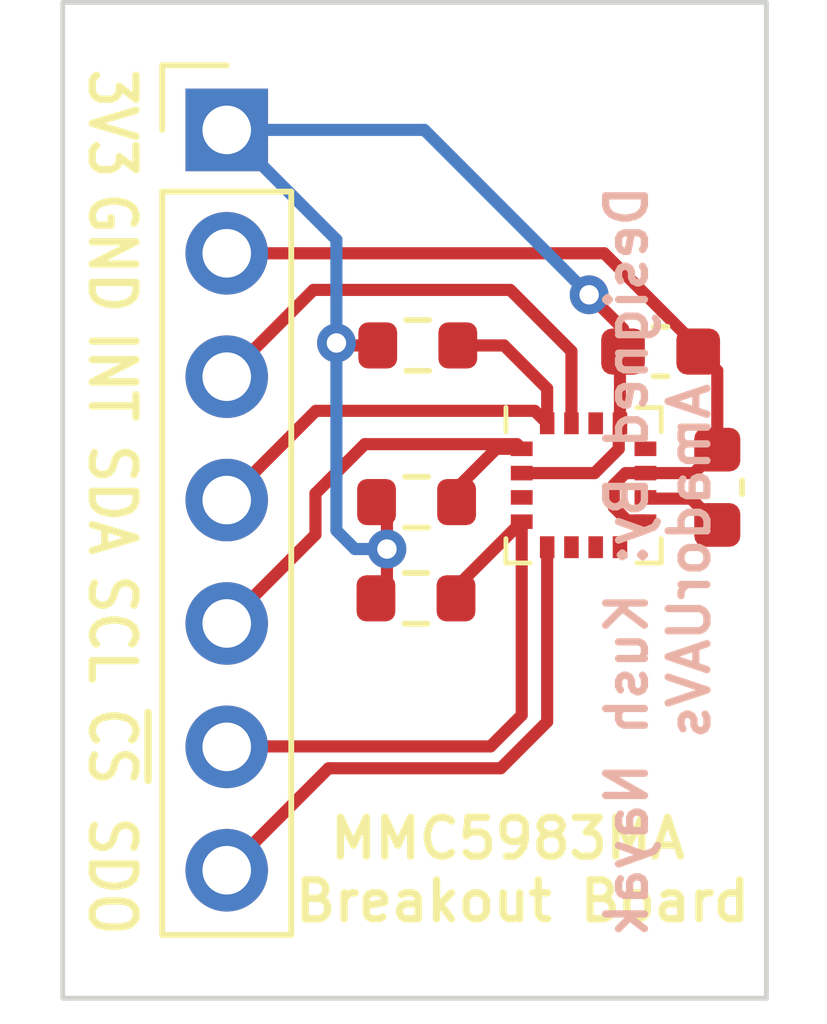
<source format=kicad_pcb>
(kicad_pcb (version 20211014) (generator pcbnew)
  (layers (0 "F.Cu" signal) (31 "B.Cu" signal) (34 "B.Paste" user) (35 "F.Paste" user) (36 "B.SilkS" user "B.Silkscreen") (37 "F.SilkS" user "F.Silkscreen") (38 "B.Mask" user) (39 "F.Mask" user) (44 "Edge.Cuts" user))
  (net 0 "")
  (net 1 "+3V3")
  (net 2 "GND")
  (net 3 "Net-(C2-Pad1)")
  (net 4 "/SCL")
  (net 5 "/SDA")
  (net 6 "/SDO")
  (net 7 "/~{CS}")
  (net 8 "/INT")
  (footprint "Resistor_SMD:R_0603_1608Metric" (layer "F.Cu") (at 107.2904 110.286 180)
    (fp_text reference "R1" hide)
    (fp_text value "2.7K")
    (fp_line (start -0.237258 0.5225) (end 0.237258 0.5225) (layer "F.SilkS") (width 0.12))
    (fp_line (start -0.237258 -0.5225) (end 0.237258 -0.5225) (layer "F.SilkS") (width 0.12))
    (pad "1" smd roundrect (at -0.825 0 180) (size 0.8 0.95) (layers "F.Cu" "F.Paste" "F.Mask") (net 4 "/SCL"))
    (pad "2" smd roundrect (at 0.825 0 180) (size 0.8 0.95) (layers "F.Cu" "F.Paste" "F.Mask") (net 1 "+3V3"))
  )
  (footprint "Resistor_SMD:R_0603_1608Metric" (layer "F.Cu") (at 107.2782 112.2672 180)
    (fp_text reference "R3" hide)
    (fp_text value "10K")
    (fp_line (start -0.237258 0.5225) (end 0.237258 0.5225) (layer "F.SilkS") (width 0.12))
    (fp_line (start -0.237258 -0.5225) (end 0.237258 -0.5225) (layer "F.SilkS") (width 0.12))
    (pad "1" smd roundrect (at -0.825 0 180) (size 0.8 0.95) (layers "F.Cu" "F.Paste" "F.Mask") (net 7 "/~{CS}"))
    (pad "2" smd roundrect (at 0.825 0 180) (size 0.8 0.95) (layers "F.Cu" "F.Paste" "F.Mask") (net 1 "+3V3"))
  )
  (footprint "Package_LGA:LGA-16_3x3mm_P0.5mm" (layer "F.Cu") (at 110.732 109.9392)
    (fp_text reference "U1" hide)
    (fp_text value "MMC5983MA")
    (fp_line (start 1.1 -1.6) (end 1.6 -1.6) (layer "F.SilkS") (width 0.1))
    (fp_line (start 1.6 1.6) (end 1.6 1.1) (layer "F.SilkS") (width 0.1))
    (fp_line (start 1.6 1.1) (end 1.6 1.6) (layer "F.SilkS") (width 0.1))
    (fp_line (start -1.6 -1.6) (end -1.6 -1.1) (layer "F.SilkS") (width 0.1))
    (fp_line (start -1.6 1.6) (end -1.1 1.6) (layer "F.SilkS") (width 0.1))
    (fp_line (start 1.6 1.6) (end 1.1 1.6) (layer "F.SilkS") (width 0.1))
    (fp_line (start -1.6 1.6) (end -1.6 1.1) (layer "F.SilkS") (width 0.1))
    (fp_line (start 1.6 -1.6) (end 1.6 -1.1) (layer "F.SilkS") (width 0.1))
    (pad "1" smd rect (at -1.275 -0.75 90) (size 0.3 0.45) (layers "F.Cu" "F.Paste" "F.Mask") (net 4 "/SCL"))
    (pad "2" smd rect (at -1.275 -0.25 90) (size 0.3 0.45) (layers "F.Cu" "F.Paste" "F.Mask") (net 1 "+3V3"))
    (pad "3" smd rect (at -1.275 0.25 90) (size 0.3 0.45) (layers "F.Cu" "F.Paste" "F.Mask"))
    (pad "4" smd rect (at -1.275 0.75 90) (size 0.3 0.45) (layers "F.Cu" "F.Paste" "F.Mask") (net 7 "/~{CS}"))
    (pad "5" smd rect (at -0.75 1.275) (size 0.3 0.45) (layers "F.Cu" "F.Paste" "F.Mask") (net 6 "/SDO"))
    (pad "6" smd rect (at -0.25 1.275) (size 0.3 0.45) (layers "F.Cu" "F.Paste" "F.Mask"))
    (pad "7" smd rect (at 0.25 1.275) (size 0.3 0.45) (layers "F.Cu" "F.Paste" "F.Mask"))
    (pad "8" smd rect (at 0.75 1.275) (size 0.3 0.45) (layers "F.Cu" "F.Paste" "F.Mask"))
    (pad "9" smd rect (at 1.275 0.75 90) (size 0.3 0.45) (layers "F.Cu" "F.Paste" "F.Mask") (net 2 "GND"))
    (pad "10" smd rect (at 1.275 0.25 90) (size 0.3 0.45) (layers "F.Cu" "F.Paste" "F.Mask") (net 3 "Net-(C2-Pad1)"))
    (pad "11" smd rect (at 1.275 -0.25 90) (size 0.3 0.45) (layers "F.Cu" "F.Paste" "F.Mask") (net 2 "GND"))
    (pad "12" smd rect (at 1.275 -0.75 90) (size 0.3 0.45) (layers "F.Cu" "F.Paste" "F.Mask"))
    (pad "13" smd rect (at 0.75 -1.275) (size 0.3 0.45) (layers "F.Cu" "F.Paste" "F.Mask") (net 1 "+3V3"))
    (pad "14" smd rect (at 0.25 -1.275) (size 0.3 0.45) (layers "F.Cu" "F.Paste" "F.Mask"))
    (pad "15" smd rect (at -0.25 -1.275) (size 0.3 0.45) (layers "F.Cu" "F.Paste" "F.Mask") (net 8 "/INT"))
    (pad "16" smd rect (at -0.75 -1.275) (size 0.3 0.45) (layers "F.Cu" "F.Paste" "F.Mask") (net 5 "/SDA"))
  )
  (footprint "Capacitor_SMD:C_0603_1608Metric" (layer "F.Cu") (at 113.488 109.9812 90)
    (fp_text reference "C2" hide)
    (fp_text value "10µF")
    (fp_line (start -0.14058 0.51) (end 0.14058 0.51) (layer "F.SilkS") (width 0.12))
    (fp_line (start -0.14058 -0.51) (end 0.14058 -0.51) (layer "F.SilkS") (width 0.12))
    (pad "1" smd roundrect (at -0.775 0 90) (size 0.9 0.95) (layers "F.Cu" "F.Paste" "F.Mask") (net 3 "Net-(C2-Pad1)"))
    (pad "2" smd roundrect (at 0.775 0 90) (size 0.9 0.95) (layers "F.Cu" "F.Paste" "F.Mask") (net 2 "GND"))
  )
  (footprint "Resistor_SMD:R_0603_1608Metric" (layer "F.Cu") (at 107.315 107.061 180)
    (fp_text reference "R2" hide)
    (fp_text value "2.7K")
    (fp_line (start -0.237258 -0.5225) (end 0.237258 -0.5225) (layer "F.SilkS") (width 0.12))
    (fp_line (start -0.237258 0.5225) (end 0.237258 0.5225) (layer "F.SilkS") (width 0.12))
    (pad "1" smd roundrect (at -0.825 0 180) (size 0.8 0.95) (layers "F.Cu" "F.Paste" "F.Mask") (net 5 "/SDA"))
    (pad "2" smd roundrect (at 0.825 0 180) (size 0.8 0.95) (layers "F.Cu" "F.Paste" "F.Mask") (net 1 "+3V3"))
  )
  (footprint "Connector_PinHeader_2.54mm:PinHeader_1x07_P2.54mm_Vertical" (layer "F.Cu") (at 103.378 102.6242)
    (fp_text reference "J1" hide)
    (fp_text value "Conn_01x07")
    (fp_line (start -1.33 1.27) (end 1.33 1.27) (layer "F.SilkS") (width 0.12))
    (fp_line (start -1.33 16.57) (end 1.33 16.57) (layer "F.SilkS") (width 0.12))
    (fp_line (start -1.33 1.27) (end -1.33 16.57) (layer "F.SilkS") (width 0.12))
    (fp_line (start -1.33 0) (end -1.33 -1.33) (layer "F.SilkS") (width 0.12))
    (fp_line (start 1.33 1.27) (end 1.33 16.57) (layer "F.SilkS") (width 0.12))
    (fp_line (start -1.33 -1.33) (end 0 -1.33) (layer "F.SilkS") (width 0.12))
    (pad "1" thru_hole rect (at 0 0) (size 1.7 1.7) (drill 1) (layers *.Cu *.Mask) (net 1 "+3V3"))
    (pad "2" thru_hole oval (at 0 2.54) (size 1.7 1.7) (drill 1) (layers *.Cu *.Mask) (net 2 "GND"))
    (pad "3" thru_hole oval (at 0 5.08) (size 1.7 1.7) (drill 1) (layers *.Cu *.Mask) (net 8 "/INT"))
    (pad "4" thru_hole oval (at 0 7.62) (size 1.7 1.7) (drill 1) (layers *.Cu *.Mask) (net 5 "/SDA"))
    (pad "5" thru_hole oval (at 0 10.16) (size 1.7 1.7) (drill 1) (layers *.Cu *.Mask) (net 4 "/SCL"))
    (pad "6" thru_hole oval (at 0 12.7) (size 1.7 1.7) (drill 1) (layers *.Cu *.Mask) (net 7 "/~{CS}"))
    (pad "7" thru_hole oval (at 0 15.24) (size 1.7 1.7) (drill 1) (layers *.Cu *.Mask) (net 6 "/SDO"))
  )
  (footprint "Capacitor_SMD:C_0603_1608Metric" (layer "F.Cu") (at 112.3196 107.1872)
    (fp_text reference "C1" hide)
    (fp_text value "1µF")
    (fp_line (start -0.14058 -0.51) (end 0.14058 -0.51) (layer "F.SilkS") (width 0.12))
    (fp_line (start -0.14058 0.51) (end 0.14058 0.51) (layer "F.SilkS") (width 0.12))
    (pad "1" smd roundrect (at -0.775 0) (size 0.9 0.95) (layers "F.Cu" "F.Paste" "F.Mask") (net 1 "+3V3"))
    (pad "2" smd roundrect (at 0.775 0) (size 0.9 0.95) (layers "F.Cu" "F.Paste" "F.Mask") (net 2 "GND"))
  )
  (gr_rect (start 100 100) (end 114.5 120.5) (layer "Edge.Cuts") (width 0.1) (fill none))
  (gr_text "Designed By: Kush Nayak\nAmadorUAVs" (at 112.268 111.506 90) (layer "B.SilkS") (effects (font (size 0.8 0.8)) (justify mirror)))
  (gr_text "SDA" (at 101.0158 110.236 270) (layer "F.SilkS") (effects (font (size 0.9 0.8))))
  (gr_text "3V3" (at 101.0158 102.489 270) (layer "F.SilkS") (effects (font (size 0.9 0.8))))
  (gr_text "INT" (at 101.0158 107.696 270) (layer "F.SilkS") (effects (font (size 0.9 0.8))))
  (gr_text "SDO" (at 101.0158 117.983 270) (layer "F.SilkS") (effects (font (size 0.9 0.8))))
  (gr_text "~{CS}" (at 101.0158 115.316 270) (layer "F.SilkS") (effects (font (size 0.9 0.8))))
  (gr_text "SCL" (at 101.0158 112.903 270) (layer "F.SilkS") (effects (font (size 0.9 0.8))))
  (gr_text "MMC5983MA \nBreakout Board" (at 109.474 117.856) (layer "F.SilkS") (effects (font (size 0.8 0.8))))
  (gr_text "GND" (at 101.0158 105.156 270) (layer "F.SilkS") (effects (font (size 0.9 0.8))))
  (segment (start 111.457 108.6892) (end 111.482 108.6642) (width 0.25) (layer "F.Cu") (net 1))
  (segment (start 110.959204 109.6892) (end 111.457 109.191404) (width 0.25) (layer "F.Cu") (net 1))
  (segment (start 106.68 111.252) (end 106.68 110.5006) (width 0.25) (layer "F.Cu") (net 1))
  (segment (start 111.5446 106.717) (end 111.5446 107.1872) (width 0.25) (layer "F.Cu") (net 1))
  (segment (start 106.68 111.252) (end 106.68 112.0404) (width 0.25) (layer "F.Cu") (net 1))
  (segment (start 111.457 109.191404) (end 111.457 108.6892) (width 0.25) (layer "F.Cu") (net 1))
  (segment (start 109.457 109.6892) (end 110.959204 109.6892) (width 0.25) (layer "F.Cu") (net 1))
  (segment (start 105.6894 107.061) (end 105.6386 107.0102) (width 0.25) (layer "F.Cu") (net 1))
  (segment (start 110.8464 106.0188) (end 111.5446 106.717) (width 0.25) (layer "F.Cu") (net 1))
  (segment (start 111.482 107.2498) (end 111.5446 107.1872) (width 0.25) (layer "F.Cu") (net 1))
  (segment (start 106.68 110.5006) (end 106.4654 110.286) (width 0.25) (layer "F.Cu") (net 1))
  (segment (start 111.482 108.6642) (end 111.482 107.2498) (width 0.25) (layer "F.Cu") (net 1))
  (segment (start 106.68 112.0404) (end 106.4532 112.2672) (width 0.25) (layer "F.Cu") (net 1))
  (segment (start 106.49 107.061) (end 105.6894 107.061) (width 0.25) (layer "F.Cu") (net 1))
  (via (at 106.68 111.252) (size 0.8) (drill 0.4) (layers "F.Cu" "B.Cu") (net 1))
  (via (at 110.8464 106.0188) (size 0.8) (drill 0.4) (layers "F.Cu" "B.Cu") (net 1))
  (via (at 105.6386 107.0102) (size 0.8) (drill 0.4) (layers "F.Cu" "B.Cu") (net 1))
  (segment (start 105.6386 110.871) (end 106.0196 111.252) (width 0.25) (layer "B.Cu") (net 1))
  (segment (start 105.6386 104.8848) (end 105.6386 107.0102) (width 0.25) (layer "B.Cu") (net 1))
  (segment (start 107.4518 102.6242) (end 103.378 102.6242) (width 0.25) (layer "B.Cu") (net 1))
  (segment (start 106.0196 111.252) (end 106.68 111.252) (width 0.25) (layer "B.Cu") (net 1))
  (segment (start 105.6386 107.0102) (end 105.6386 110.871) (width 0.25) (layer "B.Cu") (net 1))
  (segment (start 107.4518 102.6242) (end 110.8464 106.0188) (width 0.25) (layer "B.Cu") (net 1))
  (segment (start 103.378 102.6242) (end 105.6386 104.8848) (width 0.25) (layer "B.Cu") (net 1))
  (segment (start 111.5956 109.6892) (end 112.007 109.6892) (width 0.25) (layer "F.Cu") (net 2))
  (segment (start 113.005 109.6892) (end 113.488 109.2062) (width 0.25) (layer "F.Cu") (net 2))
  (segment (start 113.488 107.5806) (end 113.488 109.2062) (width 0.25) (layer "F.Cu") (net 2))
  (segment (start 113.0946 107.1002) (end 113.0946 107.1872) (width 0.25) (layer "F.Cu") (net 2))
  (segment (start 111.1586 105.1642) (end 113.0946 107.1002) (width 0.25) (layer "F.Cu") (net 2))
  (segment (start 111.982 110.6642) (end 111.631 110.6642) (width 0.25) (layer "F.Cu") (net 2))
  (segment (start 111.631 110.6642) (end 111.3544 110.3876) (width 0.25) (layer "F.Cu") (net 2))
  (segment (start 103.378 105.1642) (end 111.1586 105.1642) (width 0.25) (layer "F.Cu") (net 2))
  (segment (start 112.007 109.6892) (end 113.005 109.6892) (width 0.25) (layer "F.Cu") (net 2))
  (segment (start 111.3544 109.9304) (end 111.5956 109.6892) (width 0.25) (layer "F.Cu") (net 2))
  (segment (start 111.3544 110.3876) (end 111.3544 109.9304) (width 0.25) (layer "F.Cu") (net 2))
  (segment (start 112.007 110.6892) (end 111.982 110.6642) (width 0.25) (layer "F.Cu") (net 2))
  (segment (start 113.0946 107.1872) (end 113.488 107.5806) (width 0.25) (layer "F.Cu") (net 2))
  (segment (start 113.488 110.7562) (end 112.946 110.2142) (width 0.25) (layer "F.Cu") (net 3))
  (segment (start 112.946 110.2142) (end 112.218 110.2142) (width 0.25) (layer "F.Cu") (net 3))
  (segment (start 108.932 109.1892) (end 109.457 109.1892) (width 0.25) (layer "F.Cu") (net 4))
  (segment (start 105.2068 110.109) (end 106.2228 109.093) (width 0.25) (layer "F.Cu") (net 4))
  (segment (start 106.2228 109.093) (end 109.3608 109.093) (width 0.25) (layer "F.Cu") (net 4))
  (segment (start 109.3608 109.093) (end 109.457 109.1892) (width 0.25) (layer "F.Cu") (net 4))
  (segment (start 105.2068 110.9554) (end 105.2068 110.109) (width 0.25) (layer "F.Cu") (net 4))
  (segment (start 108.1154 110.286) (end 108.1154 110.0058) (width 0.25) (layer "F.Cu") (net 4))
  (segment (start 108.1154 110.0058) (end 108.932 109.1892) (width 0.25) (layer "F.Cu") (net 4))
  (segment (start 103.378 112.7842) (end 105.2068 110.9554) (width 0.25) (layer "F.Cu") (net 4))
  (segment (start 109.725 108.4072) (end 105.215 108.4072) (width 0.25) (layer "F.Cu") (net 5))
  (segment (start 105.215 108.4072) (end 103.378 110.2442) (width 0.25) (layer "F.Cu") (net 5))
  (segment (start 109.982 108.6642) (end 109.725 108.4072) (width 0.25) (layer "F.Cu") (net 5))
  (segment (start 108.14 107.061) (end 109.093 107.061) (width 0.25) (layer "F.Cu") (net 5))
  (segment (start 109.093 107.061) (end 109.982 107.95) (width 0.25) (layer "F.Cu") (net 5))
  (segment (start 109.982 107.95) (end 109.982 108.6642) (width 0.25) (layer "F.Cu") (net 5))
  (segment (start 109.0248 115.7652) (end 109.982 114.808) (width 0.25) (layer "F.Cu") (net 6))
  (segment (start 105.477 115.7652) (end 109.0248 115.7652) (width 0.25) (layer "F.Cu") (net 6))
  (segment (start 109.982 114.808) (end 109.982 111.2142) (width 0.25) (layer "F.Cu") (net 6))
  (segment (start 103.378 117.8642) (end 105.477 115.7652) (width 0.25) (layer "F.Cu") (net 6))
  (segment (start 108.1032 112.2672) (end 108.1032 112.043) (width 0.25) (layer "F.Cu") (net 7))
  (segment (start 103.387 115.3152) (end 103.378 115.3242) (width 0.25) (layer "F.Cu") (net 7))
  (segment (start 108.8144 115.3152) (end 109.457 114.6726) (width 0.25) (layer "F.Cu") (net 7))
  (segment (start 108.1032 112.043) (end 109.457 110.6892) (width 0.25) (layer "F.Cu") (net 7))
  (segment (start 109.457 114.6726) (end 109.457 110.6892) (width 0.25) (layer "F.Cu") (net 7))
  (segment (start 108.8144 115.3152) (end 103.387 115.3152) (width 0.25) (layer "F.Cu") (net 7))
  (segment (start 110.482 107.18) (end 109.22 105.918) (width 0.25) (layer "F.Cu") (net 8))
  (segment (start 105.1642 105.918) (end 103.378 107.7042) (width 0.25) (layer "F.Cu") (net 8))
  (segment (start 109.22 105.918) (end 105.1642 105.918) (width 0.25) (layer "F.Cu") (net 8))
  (segment (start 110.482 108.6642) (end 110.482 107.18) (width 0.25) (layer "F.Cu") (net 8))
)
</source>
